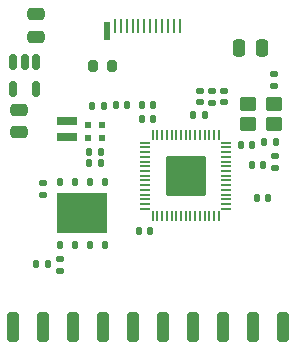
<source format=gbr>
%TF.GenerationSoftware,KiCad,Pcbnew,9.0.4*%
%TF.CreationDate,2025-09-23T00:44:44+02:00*%
%TF.ProjectId,rp2350_gpio_card,72703233-3530-45f6-9770-696f5f636172,X1*%
%TF.SameCoordinates,Original*%
%TF.FileFunction,Soldermask,Top*%
%TF.FilePolarity,Negative*%
%FSLAX46Y46*%
G04 Gerber Fmt 4.6, Leading zero omitted, Abs format (unit mm)*
G04 Created by KiCad (PCBNEW 9.0.4) date 2025-09-23 00:44:44*
%MOMM*%
%LPD*%
G01*
G04 APERTURE LIST*
G04 Aperture macros list*
%AMRoundRect*
0 Rectangle with rounded corners*
0 $1 Rounding radius*
0 $2 $3 $4 $5 $6 $7 $8 $9 X,Y pos of 4 corners*
0 Add a 4 corners polygon primitive as box body*
4,1,4,$2,$3,$4,$5,$6,$7,$8,$9,$2,$3,0*
0 Add four circle primitives for the rounded corners*
1,1,$1+$1,$2,$3*
1,1,$1+$1,$4,$5*
1,1,$1+$1,$6,$7*
1,1,$1+$1,$8,$9*
0 Add four rect primitives between the rounded corners*
20,1,$1+$1,$2,$3,$4,$5,0*
20,1,$1+$1,$4,$5,$6,$7,0*
20,1,$1+$1,$6,$7,$8,$9,0*
20,1,$1+$1,$8,$9,$2,$3,0*%
%AMFreePoly0*
4,1,18,-0.437500,0.050000,-0.433694,0.069134,-0.422855,0.085355,-0.406634,0.096194,-0.387500,0.100000,0.387500,0.100000,0.437500,0.050000,0.437500,-0.050000,0.433694,-0.069134,0.422855,-0.085355,0.406634,-0.096194,0.387500,-0.100000,-0.387500,-0.100000,-0.406634,-0.096194,-0.422855,-0.085355,-0.433694,-0.069134,-0.437500,-0.050000,-0.437500,0.050000,-0.437500,0.050000,$1*%
%AMFreePoly1*
4,1,18,-0.437500,0.050000,-0.433694,0.069134,-0.422855,0.085355,-0.406634,0.096194,-0.387500,0.100000,0.387500,0.100000,0.406634,0.096194,0.422855,0.085355,0.433694,0.069134,0.437500,0.050000,0.437500,-0.050000,0.387500,-0.100000,-0.387500,-0.100000,-0.406634,-0.096194,-0.422855,-0.085355,-0.433694,-0.069134,-0.437500,-0.050000,-0.437500,0.050000,-0.437500,0.050000,$1*%
%AMFreePoly2*
4,1,18,-0.100000,0.387500,-0.050000,0.437500,0.050000,0.437500,0.069134,0.433694,0.085355,0.422855,0.096194,0.406634,0.100000,0.387500,0.100000,-0.387500,0.096194,-0.406634,0.085355,-0.422855,0.069134,-0.433694,0.050000,-0.437500,-0.050000,-0.437500,-0.069134,-0.433694,-0.085355,-0.422855,-0.096194,-0.406634,-0.100000,-0.387500,-0.100000,0.387500,-0.100000,0.387500,$1*%
%AMFreePoly3*
4,1,18,-0.100000,0.387500,-0.096194,0.406634,-0.085355,0.422855,-0.069134,0.433694,-0.050000,0.437500,0.050000,0.437500,0.100000,0.387500,0.100000,-0.387500,0.096194,-0.406634,0.085355,-0.422855,0.069134,-0.433694,0.050000,-0.437500,-0.050000,-0.437500,-0.069134,-0.433694,-0.085355,-0.422855,-0.096194,-0.406634,-0.100000,-0.387500,-0.100000,0.387500,-0.100000,0.387500,$1*%
%AMFreePoly4*
4,1,18,-0.437500,0.050000,-0.433694,0.069134,-0.422855,0.085355,-0.406634,0.096194,-0.387500,0.100000,0.387500,0.100000,0.406634,0.096194,0.422855,0.085355,0.433694,0.069134,0.437500,0.050000,0.437500,-0.050000,0.433694,-0.069134,0.422855,-0.085355,0.406634,-0.096194,0.387500,-0.100000,-0.387500,-0.100000,-0.437500,-0.050000,-0.437500,0.050000,-0.437500,0.050000,$1*%
%AMFreePoly5*
4,1,18,-0.437500,0.050000,-0.387500,0.100000,0.387500,0.100000,0.406634,0.096194,0.422855,0.085355,0.433694,0.069134,0.437500,0.050000,0.437500,-0.050000,0.433694,-0.069134,0.422855,-0.085355,0.406634,-0.096194,0.387500,-0.100000,-0.387500,-0.100000,-0.406634,-0.096194,-0.422855,-0.085355,-0.433694,-0.069134,-0.437500,-0.050000,-0.437500,0.050000,-0.437500,0.050000,$1*%
%AMFreePoly6*
4,1,18,-0.100000,0.387500,-0.096194,0.406634,-0.085355,0.422855,-0.069134,0.433694,-0.050000,0.437500,0.050000,0.437500,0.069134,0.433694,0.085355,0.422855,0.096194,0.406634,0.100000,0.387500,0.100000,-0.387500,0.050000,-0.437500,-0.050000,-0.437500,-0.069134,-0.433694,-0.085355,-0.422855,-0.096194,-0.406634,-0.100000,-0.387500,-0.100000,0.387500,-0.100000,0.387500,$1*%
%AMFreePoly7*
4,1,18,-0.100000,0.387500,-0.096194,0.406634,-0.085355,0.422855,-0.069134,0.433694,-0.050000,0.437500,0.050000,0.437500,0.069134,0.433694,0.085355,0.422855,0.096194,0.406634,0.100000,0.387500,0.100000,-0.387500,0.096194,-0.406634,0.085355,-0.422855,0.069134,-0.433694,0.050000,-0.437500,-0.050000,-0.437500,-0.100000,-0.387500,-0.100000,0.387500,-0.100000,0.387500,$1*%
G04 Aperture macros list end*
%ADD10RoundRect,0.200000X0.200000X0.275000X-0.200000X0.275000X-0.200000X-0.275000X0.200000X-0.275000X0*%
%ADD11RoundRect,0.135000X0.185000X-0.135000X0.185000X0.135000X-0.185000X0.135000X-0.185000X-0.135000X0*%
%ADD12RoundRect,0.250000X0.475000X-0.250000X0.475000X0.250000X-0.475000X0.250000X-0.475000X-0.250000X0*%
%ADD13RoundRect,0.135000X-0.185000X0.135000X-0.185000X-0.135000X0.185000X-0.135000X0.185000X0.135000X0*%
%ADD14RoundRect,0.250000X0.450000X0.350000X-0.450000X0.350000X-0.450000X-0.350000X0.450000X-0.350000X0*%
%ADD15R,0.530000X0.470000*%
%ADD16RoundRect,0.135000X-0.135000X-0.185000X0.135000X-0.185000X0.135000X0.185000X-0.135000X0.185000X0*%
%ADD17RoundRect,0.140000X-0.140000X-0.170000X0.140000X-0.170000X0.140000X0.170000X-0.140000X0.170000X0*%
%ADD18RoundRect,0.250000X-0.250000X-0.475000X0.250000X-0.475000X0.250000X0.475000X-0.250000X0.475000X0*%
%ADD19RoundRect,0.140000X0.140000X0.170000X-0.140000X0.170000X-0.140000X-0.170000X0.140000X-0.170000X0*%
%ADD20RoundRect,0.250000X-0.250000X1.000000X-0.250000X-1.000000X0.250000X-1.000000X0.250000X1.000000X0*%
%ADD21RoundRect,0.150000X-0.150000X0.512500X-0.150000X-0.512500X0.150000X-0.512500X0.150000X0.512500X0*%
%ADD22RoundRect,0.140000X0.170000X-0.140000X0.170000X0.140000X-0.170000X0.140000X-0.170000X-0.140000X0*%
%ADD23RoundRect,0.250000X-0.475000X0.250000X-0.475000X-0.250000X0.475000X-0.250000X0.475000X0.250000X0*%
%ADD24RoundRect,0.125000X0.125000X-0.250000X0.125000X0.250000X-0.125000X0.250000X-0.125000X-0.250000X0*%
%ADD25R,4.300000X3.400000*%
%ADD26R,0.600000X1.550000*%
%ADD27R,0.250000X1.300000*%
%ADD28FreePoly0,90.000000*%
%ADD29RoundRect,0.050000X0.050000X-0.387500X0.050000X0.387500X-0.050000X0.387500X-0.050000X-0.387500X0*%
%ADD30FreePoly1,90.000000*%
%ADD31FreePoly2,90.000000*%
%ADD32RoundRect,0.050000X0.387500X-0.050000X0.387500X0.050000X-0.387500X0.050000X-0.387500X-0.050000X0*%
%ADD33FreePoly3,90.000000*%
%ADD34FreePoly4,90.000000*%
%ADD35FreePoly5,90.000000*%
%ADD36FreePoly6,90.000000*%
%ADD37FreePoly7,90.000000*%
%ADD38RoundRect,0.153000X1.547000X1.547000X-1.547000X1.547000X-1.547000X-1.547000X1.547000X-1.547000X0*%
%ADD39R,1.700000X0.700000*%
G04 APERTURE END LIST*
D10*
%TO.C,R4*%
X100530183Y-57546434D03*
X98880183Y-57546434D03*
%TD*%
D11*
%TO.C,R8*%
X114300000Y-66110000D03*
X114300000Y-65090000D03*
%TD*%
D12*
%TO.C,C19*%
X94055183Y-55046434D03*
X94055183Y-53146434D03*
%TD*%
D13*
%TO.C,R5*%
X94700000Y-67390000D03*
X94700000Y-68410000D03*
%TD*%
D14*
%TO.C,Y1*%
X114235183Y-60726434D03*
X112035183Y-60726434D03*
X112035183Y-62426434D03*
X114235183Y-62426434D03*
%TD*%
D15*
%TO.C,C1*%
X99700000Y-63565000D03*
X99700000Y-62535000D03*
%TD*%
D16*
%TO.C,R7*%
X94070000Y-74250000D03*
X95090000Y-74250000D03*
%TD*%
D17*
%TO.C,C9*%
X102780000Y-71480000D03*
X103740000Y-71480000D03*
%TD*%
D18*
%TO.C,C2*%
X111280000Y-56000000D03*
X113180000Y-56000000D03*
%TD*%
D17*
%TO.C,C10*%
X107400000Y-61646434D03*
X108360000Y-61646434D03*
%TD*%
D19*
%TO.C,C17*%
X103980000Y-60850000D03*
X103020000Y-60850000D03*
%TD*%
D20*
%TO.C,J2*%
X114985183Y-79600000D03*
X112445183Y-79600000D03*
X109905183Y-79600000D03*
X107365183Y-79600000D03*
X104825183Y-79600000D03*
X102285183Y-79600000D03*
X99745183Y-79600000D03*
X97205183Y-79600000D03*
X94665183Y-79600000D03*
X92125183Y-79600000D03*
%TD*%
D19*
%TO.C,C8*%
X103980000Y-62000000D03*
X103020000Y-62000000D03*
%TD*%
D15*
%TO.C,C3*%
X98500000Y-63565000D03*
X98500000Y-62535000D03*
%TD*%
D17*
%TO.C,C5*%
X100820000Y-60850000D03*
X101780000Y-60850000D03*
%TD*%
D16*
%TO.C,R3*%
X98590000Y-64750000D03*
X99610000Y-64750000D03*
%TD*%
D21*
%TO.C,U4*%
X94067683Y-57208934D03*
X93117683Y-57208934D03*
X92167683Y-57208934D03*
X92167683Y-59483934D03*
X94067683Y-59483934D03*
%TD*%
D16*
%TO.C,R1*%
X98790000Y-60860000D03*
X99810000Y-60860000D03*
%TD*%
D22*
%TO.C,C15*%
X114235183Y-59180000D03*
X114235183Y-58220000D03*
%TD*%
D16*
%TO.C,R2*%
X98590000Y-65700000D03*
X99610000Y-65700000D03*
%TD*%
D23*
%TO.C,C21*%
X92600000Y-61200000D03*
X92600000Y-63100000D03*
%TD*%
D17*
%TO.C,C12*%
X111440000Y-64160000D03*
X112400000Y-64160000D03*
%TD*%
D22*
%TO.C,C4*%
X110005183Y-60576434D03*
X110005183Y-59616434D03*
%TD*%
D24*
%TO.C,U2*%
X96100183Y-72696434D03*
X97370183Y-72696434D03*
X98640183Y-72696434D03*
X99910183Y-72696434D03*
X99910183Y-67296434D03*
X98640183Y-67296434D03*
X97370183Y-67296434D03*
X96100183Y-67296434D03*
D25*
X98005183Y-69996434D03*
%TD*%
D26*
%TO.C,P1*%
X100100000Y-54575000D03*
D27*
X100750000Y-54150000D03*
X101250000Y-54150000D03*
X101750000Y-54150000D03*
X102250000Y-54150000D03*
X102750000Y-54150000D03*
X103250000Y-54150000D03*
X103750000Y-54150000D03*
X104250000Y-54150000D03*
X104750000Y-54150000D03*
X105250000Y-54150000D03*
X105750000Y-54150000D03*
X106250000Y-54150000D03*
%TD*%
D22*
%TO.C,C6*%
X109000000Y-60610000D03*
X109000000Y-59650000D03*
%TD*%
%TO.C,C7*%
X107980000Y-60600000D03*
X107980000Y-59640000D03*
%TD*%
D17*
%TO.C,C13*%
X112770000Y-68650000D03*
X113730000Y-68650000D03*
%TD*%
D11*
%TO.C,R6*%
X96100000Y-74850000D03*
X96100000Y-73830000D03*
%TD*%
D17*
%TO.C,C14*%
X112367836Y-65930000D03*
X113327836Y-65930000D03*
%TD*%
%TO.C,C16*%
X113405183Y-63956434D03*
X114365183Y-63956434D03*
%TD*%
D28*
%TO.C,U1*%
X103955183Y-70233934D03*
D29*
X104355183Y-70233934D03*
X104755183Y-70233934D03*
X105155183Y-70233934D03*
X105555183Y-70233934D03*
X105955183Y-70233934D03*
X106355183Y-70233934D03*
X106755183Y-70233934D03*
X107155183Y-70233934D03*
X107555183Y-70233934D03*
X107955183Y-70233934D03*
X108355183Y-70233934D03*
X108755183Y-70233934D03*
X109155183Y-70233934D03*
D30*
X109555183Y-70233934D03*
D31*
X110192683Y-69596434D03*
D32*
X110192683Y-69196434D03*
X110192683Y-68796434D03*
X110192683Y-68396434D03*
X110192683Y-67996434D03*
X110192683Y-67596434D03*
X110192683Y-67196434D03*
X110192683Y-66796434D03*
X110192683Y-66396434D03*
X110192683Y-65996434D03*
X110192683Y-65596434D03*
X110192683Y-65196434D03*
X110192683Y-64796434D03*
X110192683Y-64396434D03*
D33*
X110192683Y-63996434D03*
D34*
X109555183Y-63358934D03*
D29*
X109155183Y-63358934D03*
X108755183Y-63358934D03*
X108355183Y-63358934D03*
X107955183Y-63358934D03*
X107555183Y-63358934D03*
X107155183Y-63358934D03*
X106755183Y-63358934D03*
X106355183Y-63358934D03*
X105955183Y-63358934D03*
X105555183Y-63358934D03*
X105155183Y-63358934D03*
X104755183Y-63358934D03*
X104355183Y-63358934D03*
D35*
X103955183Y-63358934D03*
D36*
X103317683Y-63996434D03*
D32*
X103317683Y-64396434D03*
X103317683Y-64796434D03*
X103317683Y-65196434D03*
X103317683Y-65596434D03*
X103317683Y-65996434D03*
X103317683Y-66396434D03*
X103317683Y-66796434D03*
X103317683Y-67196434D03*
X103317683Y-67596434D03*
X103317683Y-67996434D03*
X103317683Y-68396434D03*
X103317683Y-68796434D03*
X103317683Y-69196434D03*
D37*
X103317683Y-69596434D03*
D38*
X106755183Y-66796434D03*
%TD*%
D39*
%TO.C,L1*%
X96708211Y-63550000D03*
X96708211Y-62150000D03*
%TD*%
M02*

</source>
